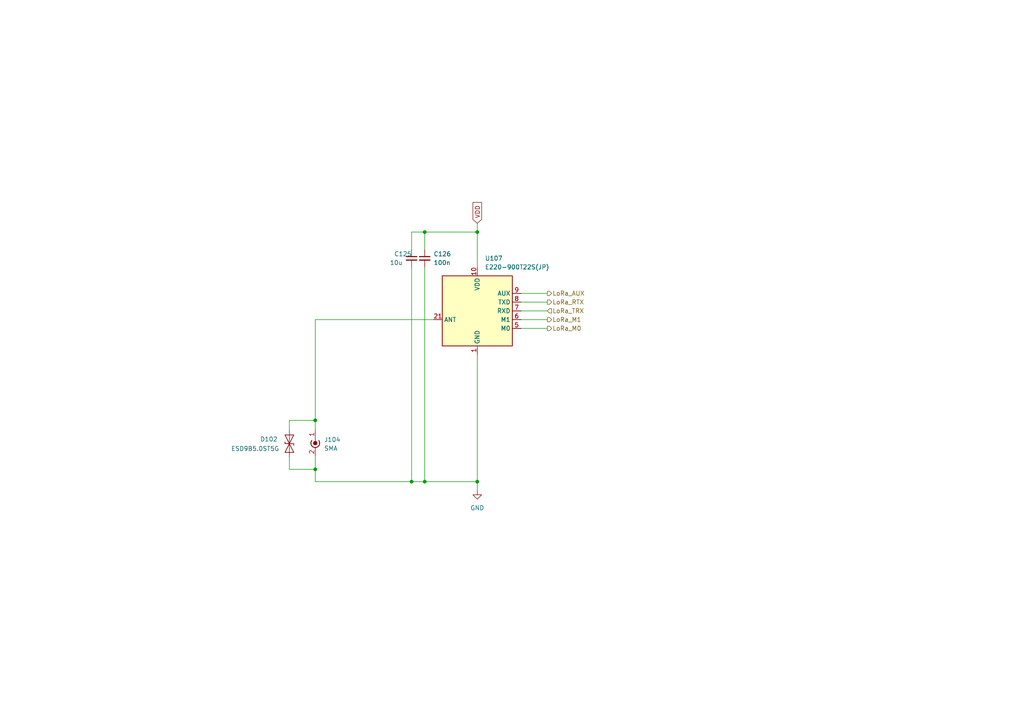
<source format=kicad_sch>
(kicad_sch (version 20231120) (generator "eeschema") (generator_version "8.0")
  (paper "A4")
  (lib_symbols
    (symbol "Connector:Conn_Coaxial_Power" (pin_names (offset 1.016) hide)
      (property "Reference" "J" (at -5.08 -1.27 90))
      (property "Value" "Conn_Coaxial_Power" (at -3.175 -1.27 90))
      (symbol "Conn_Coaxial_Power_0_1"
        (arc (start -1.27 -1.27) (mid 0 -2.5345) (end 1.27 -1.27) (stroke (width 0.254)))
        (arc (start -1.016 -0.508) (mid -1.2048 -0.8684) (end -1.27 -1.27) (stroke (width 0.254)))
        (circle (center 0 -1.27) (radius 0.508) (stroke (width 0.2032)) (fill (type outline)))
        (polyline (pts (xy 0 -2.54) (xy 0 -3.048)))
        (polyline (pts (xy 0 0) (xy 0 -1.27)))
        (arc (start 1.27 -1.27) (mid 1.2048 -0.8684) (end 1.016 -0.508) (stroke (width 0.254)))
      )
      (symbol "Conn_Coaxial_Power_1_1"
        (pin passive line (at 0 2.54 270) (length 2.54) (name "In") (number "1"))
        (pin passive line (at 0 -5.08 90) (length 2.54) (name "Ext") (number "2"))
      )
    )
    (symbol "Device:C_Small" (pin_numbers hide) (pin_names (offset 0.254) hide)
      (property "Reference" "C" (at 0.254 1.778 0))
      (property "Value" "C_Small" (at 0.254 -2.032 0))
      (symbol "C_Small_0_1"
        (polyline (pts (xy -1.524 -0.508) (xy 1.524 -0.508)) (stroke (width 0.3302)))
        (polyline (pts (xy -1.524 0.508) (xy 1.524 0.508)) (stroke (width 0.3048)))
      )
      (symbol "C_Small_1_1"
        (pin passive line (at 0 2.54 270) (length 2.032) (name "~") (number "1"))
        (pin passive line (at 0 -2.54 90) (length 2.032) (name "~") (number "2"))
      )
    )
    (symbol "Diode:ESD9B5.0ST5G" (pin_numbers hide) (pin_names (offset 1.016) hide)
      (property "Reference" "D" (at 0 2.54 0))
      (property "Value" "ESD9B5.0ST5G" (at 0 -2.54 0))
      (symbol "ESD9B5.0ST5G_0_1"
        (polyline (pts (xy 1.27 0) (xy -1.27 0)))
        (polyline (pts (xy -2.54 -1.27) (xy 0 0) (xy -2.54 1.27) (xy -2.54 -1.27)) (stroke (width 0.2032)))
        (polyline (pts (xy 0.508 1.27) (xy 0 1.27) (xy 0 -1.27) (xy -0.508 -1.27)) (stroke (width 0.2032)))
        (polyline (pts (xy 2.54 1.27) (xy 2.54 -1.27) (xy 0 0) (xy 2.54 1.27)) (stroke (width 0.2032)))
      )
      (symbol "ESD9B5.0ST5G_1_1"
        (pin passive line (at -3.81 0 0) (length 2.54) (name "A1") (number "1"))
        (pin passive line (at 3.81 0 180) (length 2.54) (name "A2") (number "2"))
      )
    )
    (symbol "RF_Module_additional:E220-900T22S(JP)"
      (property "Reference" "U" (at -8.89 11.43 0))
      (property "Value" "E220-900T22S(JP)" (at 11.43 11.43 0))
      (symbol "E220-900T22S(JP)_0_1"
        (rectangle (start -10.16 10.16) (end 10.16 -10.16) (stroke (width 0.254)) (fill (type background)))
      )
      (symbol "E220-900T22S(JP)_1_1"
        (pin power_in line (at 0 -12.7 90) (length 2.54) (name "GND") (number "1"))
        (pin power_in line (at 0 12.7 270) (length 2.54) (name "VDD") (number "10"))
        (pin passive line (at 0 -12.7 90) (length 2.54) hide (name "GND") (number "11"))
        (pin passive line (at 0 -12.7 90) (length 2.54) hide (name "GND") (number "13"))
        (pin passive line (at 0 -12.7 90) (length 2.54) hide (name "GND") (number "19"))
        (pin passive line (at 0 -12.7 90) (length 2.54) hide (name "GND") (number "2"))
        (pin passive line (at 0 -12.7 90) (length 2.54) hide (name "GND") (number "20"))
        (pin power_in line (at -12.7 -2.54 0) (length 2.54) (name "ANT") (number "21"))
        (pin passive line (at 0 -12.7 90) (length 2.54) hide (name "GND") (number "22"))
        (pin passive line (at 0 -12.7 90) (length 2.54) hide (name "GND") (number "3"))
        (pin passive line (at 0 -12.7 90) (length 2.54) hide (name "GND") (number "4"))
        (pin input line (at 12.7 -5.08 180) (length 2.54) (name "M0") (number "5"))
        (pin input line (at 12.7 -2.54 180) (length 2.54) (name "M1") (number "6"))
        (pin input line (at 12.7 0 180) (length 2.54) (name "RXD") (number "7"))
        (pin output line (at 12.7 2.54 180) (length 2.54) (name "TXD") (number "8"))
        (pin output line (at 12.7 5.08 180) (length 2.54) (name "AUX") (number "9"))
      )
    )
    (symbol "power:GND" (power) (pin_names (offset 0))
      (property "Value" "GND" (at 0 -3.81 0))
      (symbol "GND_0_1"
        (polyline (pts (xy 0 0) (xy 0 -1.27) (xy 1.27 -1.27) (xy 0 -2.54) (xy -1.27 -1.27) (xy 0 -1.27)))
      )
      (symbol "GND_1_1"
        (pin power_in line (at 0 0 270) (length 0) hide (name "GND") (number "1"))
      )
    )
  )
  (junction (at 91.44 136.1236))
  (junction (at 138.43 139.7))
  (junction (at 138.43 67.31))
  (junction (at 119.38 139.7))
  (junction (at 123.19 139.7))
  (junction (at 91.44 121.92))
  (junction (at 123.19 67.31))
  (wire (pts (xy 91.44 132.336) (xy 91.44 136.1236)))
  (wire (pts (xy 119.38 139.7) (xy 123.19 139.7)))
  (wire (pts (xy 123.19 67.31) (xy 123.19 72.39)))
  (wire (pts (xy 138.43 139.7) (xy 138.43 142.24)))
  (wire (pts (xy 158.75 87.63) (xy 151.13 87.63)))
  (wire (pts (xy 123.19 139.7) (xy 138.43 139.7)))
  (wire (pts (xy 158.75 92.71) (xy 151.13 92.71)))
  (wire (pts (xy 123.19 77.47) (xy 123.19 139.7)))
  (wire (pts (xy 138.43 67.31) (xy 138.43 77.47)))
  (wire (pts (xy 83.9299 132.49) (xy 83.9299 136.1236)))
  (wire (pts (xy 83.9299 124.87) (xy 83.9299 121.92)))
  (wire (pts (xy 91.44 139.7) (xy 119.38 139.7)))
  (wire (pts (xy 151.13 90.17) (xy 158.75 90.17)))
  (wire (pts (xy 119.38 77.47) (xy 119.38 139.7)))
  (wire (pts (xy 138.43 64.77) (xy 138.43 67.31)))
  (wire (pts (xy 151.13 85.09) (xy 158.75 85.09)))
  (wire (pts (xy 119.38 67.31) (xy 123.19 67.31)))
  (wire (pts (xy 91.44 92.71) (xy 91.44 121.92)))
  (wire (pts (xy 119.38 72.39) (xy 119.38 67.31)))
  (wire (pts (xy 83.9299 136.1236) (xy 91.44 136.1236)))
  (wire (pts (xy 91.44 121.92) (xy 91.44 124.716)))
  (wire (pts (xy 138.43 102.87) (xy 138.43 139.7)))
  (wire (pts (xy 83.9299 121.92) (xy 91.44 121.92)))
  (wire (pts (xy 91.44 136.1236) (xy 91.44 139.7)))
  (wire (pts (xy 91.44 92.71) (xy 125.73 92.71)))
  (wire (pts (xy 151.13 95.25) (xy 158.75 95.25)))
  (wire (pts (xy 123.19 67.31) (xy 138.43 67.31)))
  (global_label "VDD" (shape input) (at 138.43 64.77 90) (property "Intersheetrefs" "${INTERSHEET_REFS}" (effects (hide yes))))
  (hierarchical_label "LoRa_M0" (shape output) (at 158.75 95.25 0))
  (hierarchical_label "LoRa_AUX" (shape output) (at 158.75 85.09 0))
  (hierarchical_label "LoRa_M1" (shape output) (at 158.75 92.71 0))
  (hierarchical_label "LoRa_RTX" (shape output) (at 158.75 87.63 0))
  (hierarchical_label "LoRa_TRX" (shape input) (at 158.75 90.17 0))
  (symbol (lib_id "power:GND") (at 138.43 142.24 0) (unit 1)
    (property "Reference" "#PWR0155" (effects (hide yes)))
    (property "Value" "GND" (at 138.43 147.32 0))
  )
  (symbol (lib_id "Device:C_Small") (at 123.19 74.93 0) (unit 1)
    (property "Reference" "C126" (at 125.73 73.6663 0) (effects (justify left)))
    (property "Value" "100n" (at 125.73 76.2 0) (effects (justify left)))
    (property "Footprint" "Capacitor_SMD:C_0402_1005Metric" (effects (hide yes)))
    (property "LCSC" "C1525" (effects (hide yes)))
  )
  (symbol (lib_id "Diode:ESD9B5.0ST5G") (at 83.9299 128.68 90) (unit 1)
    (property "Reference" "D102" (at 75.423 127.3888 90) (effects (justify right)))
    (property "Value" "ESD9B5.0ST5G" (at 66.992 130.1231 90) (effects (justify right)))
    (property "Footprint" "Diode_SMD:D_SOD-882D" (effects (hide yes)))
    (property "Datasheet" "https://www.onsemi.com/pub/Collateral/ESD9B-D.PDF" (effects (hide yes)))
    (property "Description" "ESD protection diode, 5.0Vrwm, SOD-923" (effects (hide yes)))
    (property "LCSC" " C7420372" (effects (hide yes)))
  )
  (symbol (lib_id "Connector:Conn_Coaxial_Power") (at 91.44 127.256 0) (unit 1)
    (property "Reference" "J104" (at 93.98 127.51 0) (effects (justify left)))
    (property "Value" "SMA" (at 93.98 130.05 0) (effects (justify left)))
    (property "Footprint" "Connector_Coaxial:SMA_Amphenol_132203-12_Horizontal" (effects (hide yes)))
    (property "LCSC" " C2693813" (effects (hide yes)))
  )
  (symbol (lib_id "RF_Module_additional:E220-900T22S(JP)") (at 138.43 90.17 0) (unit 1)
    (property "Reference" "U107" (at 140.6241 74.93 0) (effects (justify left)))
    (property "Value" "E220-900T22S(JP)" (at 140.6241 77.47 0) (effects (justify left)))
    (property "Footprint" "WOBClibrary:E220-900T22S(JP)" (effects (hide yes)))
    (property "Datasheet" "https://dragon-torch.tech/wp-content/uploads/2023/05/data_sheet_Rev1.4.pdf" (effects (hide yes)))
  )
  (symbol (lib_id "Device:C_Small") (at 119.38 74.93 0) (unit 1)
    (property "Reference" "C125" (at 114.3 73.66 0) (effects (justify left)))
    (property "Value" "10u" (at 113.03 76.2 0) (effects (justify left)))
    (property "Footprint" "Capacitor_SMD:C_0603_1608Metric" (effects (hide yes)))
    (property "LCSC" "C96446" (effects (hide yes)))
  )
)
</source>
